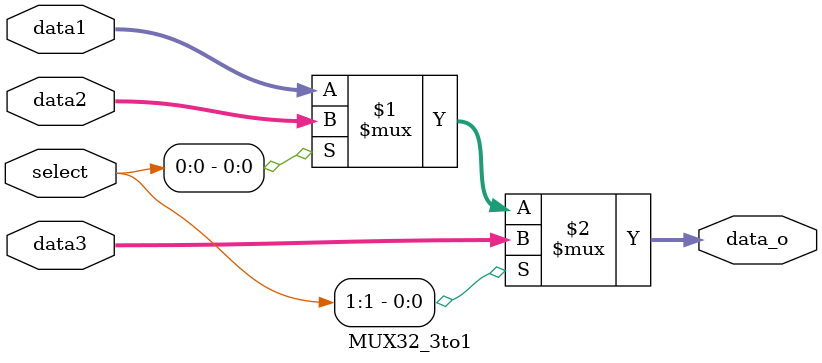
<source format=v>
module MUX32_3to1(
    input [31:0] data1,
    input [31:0] data2,
    input [31:0] data3,
    input [1:0]select,

    output [31:0] data_o

);
assign data_o = select[1]?data3:(select[0]?data2:data1);

endmodule
</source>
